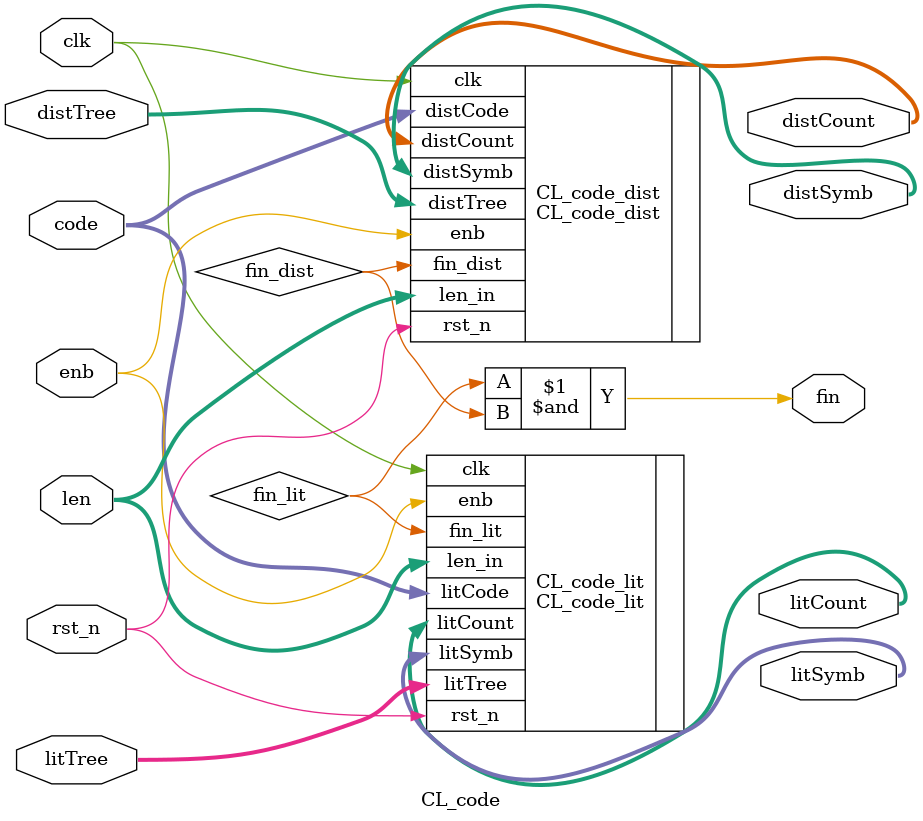
<source format=v>
module CL_code(input wire clk,rst_n,
               input wire enb,
               input wire[115:0] litTree,
               input wire[63:0] distTree,
               input wire[7:0] code,
               input wire[3:0] len,
               output wire fin,
               output wire[4:0] litSymb,
               output wire[3:0] distSymb,
               output wire[4:0] litCount,
               output wire[3:0] distCount);

    wire fin_lit,fin_dist;

    CL_code_lit CL_code_lit(
        .clk       (clk),
        .rst_n     (rst_n),
        .enb       (enb),
        .litTree   (litTree),
        .litCode   (code),
        .len_in    (len),
        .fin_lit   (fin_lit),
        .litSymb   (litSymb),
        .litCount  (litCount)
    );

    CL_code_dist CL_code_dist(
        .clk       (clk),
        .rst_n     (rst_n),
        .enb       (enb),
        .distTree  (distTree),
        .distCode  (code),
        .len_in    (len),
        .fin_dist  (fin_dist),
        .distSymb  (distSymb),
        .distCount (distCount)
    );

    assign fin = fin_lit&fin_dist;

endmodule
</source>
